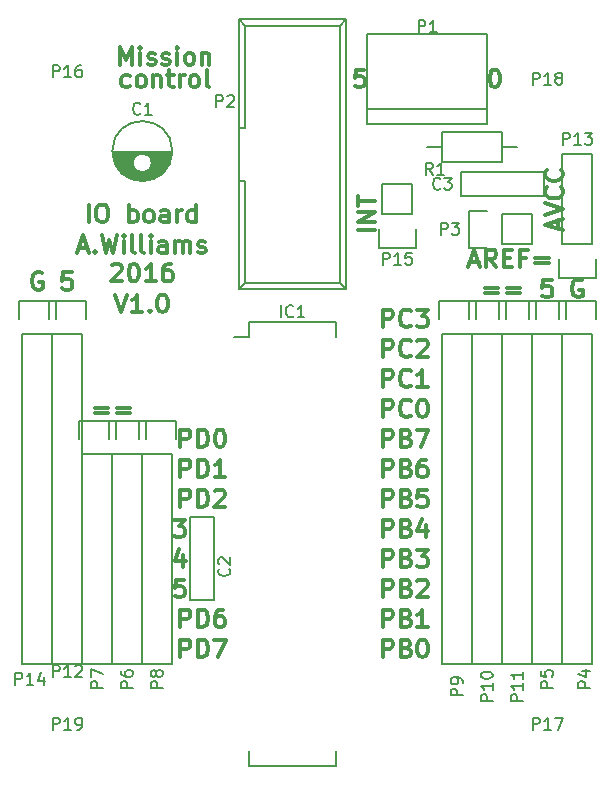
<source format=gbr>
G04 #@! TF.FileFunction,Legend,Top*
%FSLAX46Y46*%
G04 Gerber Fmt 4.6, Leading zero omitted, Abs format (unit mm)*
G04 Created by KiCad (PCBNEW 4.0.2-stable) date 9/03/2016 9:38:59 PM*
%MOMM*%
G01*
G04 APERTURE LIST*
%ADD10C,0.100000*%
%ADD11C,0.300000*%
%ADD12C,0.150000*%
G04 APERTURE END LIST*
D10*
D11*
X160698571Y-96607143D02*
X159198571Y-96607143D01*
X160698571Y-95892857D02*
X159198571Y-95892857D01*
X160698571Y-95035714D01*
X159198571Y-95035714D01*
X159198571Y-94535714D02*
X159198571Y-93678571D01*
X160698571Y-94107142D02*
X159198571Y-94107142D01*
X168727857Y-99310000D02*
X169442143Y-99310000D01*
X168585000Y-99738571D02*
X169085000Y-98238571D01*
X169585000Y-99738571D01*
X170942143Y-99738571D02*
X170442143Y-99024286D01*
X170085000Y-99738571D02*
X170085000Y-98238571D01*
X170656428Y-98238571D01*
X170799286Y-98310000D01*
X170870714Y-98381429D01*
X170942143Y-98524286D01*
X170942143Y-98738571D01*
X170870714Y-98881429D01*
X170799286Y-98952857D01*
X170656428Y-99024286D01*
X170085000Y-99024286D01*
X171585000Y-98952857D02*
X172085000Y-98952857D01*
X172299286Y-99738571D02*
X171585000Y-99738571D01*
X171585000Y-98238571D01*
X172299286Y-98238571D01*
X173442143Y-98952857D02*
X172942143Y-98952857D01*
X172942143Y-99738571D02*
X172942143Y-98238571D01*
X173656429Y-98238571D01*
X174227857Y-98952857D02*
X175370714Y-98952857D01*
X175370714Y-99381429D02*
X174227857Y-99381429D01*
X176145000Y-96480000D02*
X176145000Y-95765714D01*
X176573571Y-96622857D02*
X175073571Y-96122857D01*
X176573571Y-95622857D01*
X175073571Y-95337143D02*
X176573571Y-94837143D01*
X175073571Y-94337143D01*
X176430714Y-92980000D02*
X176502143Y-93051429D01*
X176573571Y-93265715D01*
X176573571Y-93408572D01*
X176502143Y-93622857D01*
X176359286Y-93765715D01*
X176216429Y-93837143D01*
X175930714Y-93908572D01*
X175716429Y-93908572D01*
X175430714Y-93837143D01*
X175287857Y-93765715D01*
X175145000Y-93622857D01*
X175073571Y-93408572D01*
X175073571Y-93265715D01*
X175145000Y-93051429D01*
X175216429Y-92980000D01*
X176430714Y-91480000D02*
X176502143Y-91551429D01*
X176573571Y-91765715D01*
X176573571Y-91908572D01*
X176502143Y-92122857D01*
X176359286Y-92265715D01*
X176216429Y-92337143D01*
X175930714Y-92408572D01*
X175716429Y-92408572D01*
X175430714Y-92337143D01*
X175287857Y-92265715D01*
X175145000Y-92122857D01*
X175073571Y-91908572D01*
X175073571Y-91765715D01*
X175145000Y-91551429D01*
X175216429Y-91480000D01*
X169950000Y-101492857D02*
X171092857Y-101492857D01*
X171092857Y-101921429D02*
X169950000Y-101921429D01*
X171807143Y-101492857D02*
X172950000Y-101492857D01*
X172950000Y-101921429D02*
X171807143Y-101921429D01*
X175617144Y-100778571D02*
X174902858Y-100778571D01*
X174831429Y-101492857D01*
X174902858Y-101421429D01*
X175045715Y-101350000D01*
X175402858Y-101350000D01*
X175545715Y-101421429D01*
X175617144Y-101492857D01*
X175688572Y-101635714D01*
X175688572Y-101992857D01*
X175617144Y-102135714D01*
X175545715Y-102207143D01*
X175402858Y-102278571D01*
X175045715Y-102278571D01*
X174902858Y-102207143D01*
X174831429Y-102135714D01*
X178192857Y-100850000D02*
X178050000Y-100778571D01*
X177835714Y-100778571D01*
X177621429Y-100850000D01*
X177478571Y-100992857D01*
X177407143Y-101135714D01*
X177335714Y-101421429D01*
X177335714Y-101635714D01*
X177407143Y-101921429D01*
X177478571Y-102064286D01*
X177621429Y-102207143D01*
X177835714Y-102278571D01*
X177978571Y-102278571D01*
X178192857Y-102207143D01*
X178264286Y-102135714D01*
X178264286Y-101635714D01*
X177978571Y-101635714D01*
X136930000Y-111652857D02*
X138072857Y-111652857D01*
X138072857Y-112081429D02*
X136930000Y-112081429D01*
X138787143Y-111652857D02*
X139930000Y-111652857D01*
X139930000Y-112081429D02*
X138787143Y-112081429D01*
X134977144Y-100143571D02*
X134262858Y-100143571D01*
X134191429Y-100857857D01*
X134262858Y-100786429D01*
X134405715Y-100715000D01*
X134762858Y-100715000D01*
X134905715Y-100786429D01*
X134977144Y-100857857D01*
X135048572Y-101000714D01*
X135048572Y-101357857D01*
X134977144Y-101500714D01*
X134905715Y-101572143D01*
X134762858Y-101643571D01*
X134405715Y-101643571D01*
X134262858Y-101572143D01*
X134191429Y-101500714D01*
X132472857Y-100215000D02*
X132330000Y-100143571D01*
X132115714Y-100143571D01*
X131901429Y-100215000D01*
X131758571Y-100357857D01*
X131687143Y-100500714D01*
X131615714Y-100786429D01*
X131615714Y-101000714D01*
X131687143Y-101286429D01*
X131758571Y-101429286D01*
X131901429Y-101572143D01*
X132115714Y-101643571D01*
X132258571Y-101643571D01*
X132472857Y-101572143D01*
X132544286Y-101500714D01*
X132544286Y-101000714D01*
X132258571Y-101000714D01*
X144502144Y-126178571D02*
X143787858Y-126178571D01*
X143716429Y-126892857D01*
X143787858Y-126821429D01*
X143930715Y-126750000D01*
X144287858Y-126750000D01*
X144430715Y-126821429D01*
X144502144Y-126892857D01*
X144573572Y-127035714D01*
X144573572Y-127392857D01*
X144502144Y-127535714D01*
X144430715Y-127607143D01*
X144287858Y-127678571D01*
X143930715Y-127678571D01*
X143787858Y-127607143D01*
X143716429Y-127535714D01*
X144430715Y-124138571D02*
X144430715Y-125138571D01*
X144073572Y-123567143D02*
X143716429Y-124638571D01*
X144645001Y-124638571D01*
X143645001Y-121098571D02*
X144573572Y-121098571D01*
X144073572Y-121670000D01*
X144287858Y-121670000D01*
X144430715Y-121741429D01*
X144502144Y-121812857D01*
X144573572Y-121955714D01*
X144573572Y-122312857D01*
X144502144Y-122455714D01*
X144430715Y-122527143D01*
X144287858Y-122598571D01*
X143859286Y-122598571D01*
X143716429Y-122527143D01*
X143645001Y-122455714D01*
X144192858Y-120058571D02*
X144192858Y-118558571D01*
X144764286Y-118558571D01*
X144907144Y-118630000D01*
X144978572Y-118701429D01*
X145050001Y-118844286D01*
X145050001Y-119058571D01*
X144978572Y-119201429D01*
X144907144Y-119272857D01*
X144764286Y-119344286D01*
X144192858Y-119344286D01*
X145692858Y-120058571D02*
X145692858Y-118558571D01*
X146050001Y-118558571D01*
X146264286Y-118630000D01*
X146407144Y-118772857D01*
X146478572Y-118915714D01*
X146550001Y-119201429D01*
X146550001Y-119415714D01*
X146478572Y-119701429D01*
X146407144Y-119844286D01*
X146264286Y-119987143D01*
X146050001Y-120058571D01*
X145692858Y-120058571D01*
X147121429Y-118701429D02*
X147192858Y-118630000D01*
X147335715Y-118558571D01*
X147692858Y-118558571D01*
X147835715Y-118630000D01*
X147907144Y-118701429D01*
X147978572Y-118844286D01*
X147978572Y-118987143D01*
X147907144Y-119201429D01*
X147050001Y-120058571D01*
X147978572Y-120058571D01*
X144192858Y-130218571D02*
X144192858Y-128718571D01*
X144764286Y-128718571D01*
X144907144Y-128790000D01*
X144978572Y-128861429D01*
X145050001Y-129004286D01*
X145050001Y-129218571D01*
X144978572Y-129361429D01*
X144907144Y-129432857D01*
X144764286Y-129504286D01*
X144192858Y-129504286D01*
X145692858Y-130218571D02*
X145692858Y-128718571D01*
X146050001Y-128718571D01*
X146264286Y-128790000D01*
X146407144Y-128932857D01*
X146478572Y-129075714D01*
X146550001Y-129361429D01*
X146550001Y-129575714D01*
X146478572Y-129861429D01*
X146407144Y-130004286D01*
X146264286Y-130147143D01*
X146050001Y-130218571D01*
X145692858Y-130218571D01*
X147835715Y-128718571D02*
X147550001Y-128718571D01*
X147407144Y-128790000D01*
X147335715Y-128861429D01*
X147192858Y-129075714D01*
X147121429Y-129361429D01*
X147121429Y-129932857D01*
X147192858Y-130075714D01*
X147264286Y-130147143D01*
X147407144Y-130218571D01*
X147692858Y-130218571D01*
X147835715Y-130147143D01*
X147907144Y-130075714D01*
X147978572Y-129932857D01*
X147978572Y-129575714D01*
X147907144Y-129432857D01*
X147835715Y-129361429D01*
X147692858Y-129290000D01*
X147407144Y-129290000D01*
X147264286Y-129361429D01*
X147192858Y-129432857D01*
X147121429Y-129575714D01*
X144192858Y-132758571D02*
X144192858Y-131258571D01*
X144764286Y-131258571D01*
X144907144Y-131330000D01*
X144978572Y-131401429D01*
X145050001Y-131544286D01*
X145050001Y-131758571D01*
X144978572Y-131901429D01*
X144907144Y-131972857D01*
X144764286Y-132044286D01*
X144192858Y-132044286D01*
X145692858Y-132758571D02*
X145692858Y-131258571D01*
X146050001Y-131258571D01*
X146264286Y-131330000D01*
X146407144Y-131472857D01*
X146478572Y-131615714D01*
X146550001Y-131901429D01*
X146550001Y-132115714D01*
X146478572Y-132401429D01*
X146407144Y-132544286D01*
X146264286Y-132687143D01*
X146050001Y-132758571D01*
X145692858Y-132758571D01*
X147050001Y-131258571D02*
X148050001Y-131258571D01*
X147407144Y-132758571D01*
X144192858Y-117518571D02*
X144192858Y-116018571D01*
X144764286Y-116018571D01*
X144907144Y-116090000D01*
X144978572Y-116161429D01*
X145050001Y-116304286D01*
X145050001Y-116518571D01*
X144978572Y-116661429D01*
X144907144Y-116732857D01*
X144764286Y-116804286D01*
X144192858Y-116804286D01*
X145692858Y-117518571D02*
X145692858Y-116018571D01*
X146050001Y-116018571D01*
X146264286Y-116090000D01*
X146407144Y-116232857D01*
X146478572Y-116375714D01*
X146550001Y-116661429D01*
X146550001Y-116875714D01*
X146478572Y-117161429D01*
X146407144Y-117304286D01*
X146264286Y-117447143D01*
X146050001Y-117518571D01*
X145692858Y-117518571D01*
X147978572Y-117518571D02*
X147121429Y-117518571D01*
X147550001Y-117518571D02*
X147550001Y-116018571D01*
X147407144Y-116232857D01*
X147264286Y-116375714D01*
X147121429Y-116447143D01*
X144192858Y-114978571D02*
X144192858Y-113478571D01*
X144764286Y-113478571D01*
X144907144Y-113550000D01*
X144978572Y-113621429D01*
X145050001Y-113764286D01*
X145050001Y-113978571D01*
X144978572Y-114121429D01*
X144907144Y-114192857D01*
X144764286Y-114264286D01*
X144192858Y-114264286D01*
X145692858Y-114978571D02*
X145692858Y-113478571D01*
X146050001Y-113478571D01*
X146264286Y-113550000D01*
X146407144Y-113692857D01*
X146478572Y-113835714D01*
X146550001Y-114121429D01*
X146550001Y-114335714D01*
X146478572Y-114621429D01*
X146407144Y-114764286D01*
X146264286Y-114907143D01*
X146050001Y-114978571D01*
X145692858Y-114978571D01*
X147478572Y-113478571D02*
X147621429Y-113478571D01*
X147764286Y-113550000D01*
X147835715Y-113621429D01*
X147907144Y-113764286D01*
X147978572Y-114050000D01*
X147978572Y-114407143D01*
X147907144Y-114692857D01*
X147835715Y-114835714D01*
X147764286Y-114907143D01*
X147621429Y-114978571D01*
X147478572Y-114978571D01*
X147335715Y-114907143D01*
X147264286Y-114835714D01*
X147192858Y-114692857D01*
X147121429Y-114407143D01*
X147121429Y-114050000D01*
X147192858Y-113764286D01*
X147264286Y-113621429D01*
X147335715Y-113550000D01*
X147478572Y-113478571D01*
X161337858Y-104818571D02*
X161337858Y-103318571D01*
X161909286Y-103318571D01*
X162052144Y-103390000D01*
X162123572Y-103461429D01*
X162195001Y-103604286D01*
X162195001Y-103818571D01*
X162123572Y-103961429D01*
X162052144Y-104032857D01*
X161909286Y-104104286D01*
X161337858Y-104104286D01*
X163695001Y-104675714D02*
X163623572Y-104747143D01*
X163409286Y-104818571D01*
X163266429Y-104818571D01*
X163052144Y-104747143D01*
X162909286Y-104604286D01*
X162837858Y-104461429D01*
X162766429Y-104175714D01*
X162766429Y-103961429D01*
X162837858Y-103675714D01*
X162909286Y-103532857D01*
X163052144Y-103390000D01*
X163266429Y-103318571D01*
X163409286Y-103318571D01*
X163623572Y-103390000D01*
X163695001Y-103461429D01*
X164195001Y-103318571D02*
X165123572Y-103318571D01*
X164623572Y-103890000D01*
X164837858Y-103890000D01*
X164980715Y-103961429D01*
X165052144Y-104032857D01*
X165123572Y-104175714D01*
X165123572Y-104532857D01*
X165052144Y-104675714D01*
X164980715Y-104747143D01*
X164837858Y-104818571D01*
X164409286Y-104818571D01*
X164266429Y-104747143D01*
X164195001Y-104675714D01*
X161337858Y-107358571D02*
X161337858Y-105858571D01*
X161909286Y-105858571D01*
X162052144Y-105930000D01*
X162123572Y-106001429D01*
X162195001Y-106144286D01*
X162195001Y-106358571D01*
X162123572Y-106501429D01*
X162052144Y-106572857D01*
X161909286Y-106644286D01*
X161337858Y-106644286D01*
X163695001Y-107215714D02*
X163623572Y-107287143D01*
X163409286Y-107358571D01*
X163266429Y-107358571D01*
X163052144Y-107287143D01*
X162909286Y-107144286D01*
X162837858Y-107001429D01*
X162766429Y-106715714D01*
X162766429Y-106501429D01*
X162837858Y-106215714D01*
X162909286Y-106072857D01*
X163052144Y-105930000D01*
X163266429Y-105858571D01*
X163409286Y-105858571D01*
X163623572Y-105930000D01*
X163695001Y-106001429D01*
X164266429Y-106001429D02*
X164337858Y-105930000D01*
X164480715Y-105858571D01*
X164837858Y-105858571D01*
X164980715Y-105930000D01*
X165052144Y-106001429D01*
X165123572Y-106144286D01*
X165123572Y-106287143D01*
X165052144Y-106501429D01*
X164195001Y-107358571D01*
X165123572Y-107358571D01*
X161337858Y-109898571D02*
X161337858Y-108398571D01*
X161909286Y-108398571D01*
X162052144Y-108470000D01*
X162123572Y-108541429D01*
X162195001Y-108684286D01*
X162195001Y-108898571D01*
X162123572Y-109041429D01*
X162052144Y-109112857D01*
X161909286Y-109184286D01*
X161337858Y-109184286D01*
X163695001Y-109755714D02*
X163623572Y-109827143D01*
X163409286Y-109898571D01*
X163266429Y-109898571D01*
X163052144Y-109827143D01*
X162909286Y-109684286D01*
X162837858Y-109541429D01*
X162766429Y-109255714D01*
X162766429Y-109041429D01*
X162837858Y-108755714D01*
X162909286Y-108612857D01*
X163052144Y-108470000D01*
X163266429Y-108398571D01*
X163409286Y-108398571D01*
X163623572Y-108470000D01*
X163695001Y-108541429D01*
X165123572Y-109898571D02*
X164266429Y-109898571D01*
X164695001Y-109898571D02*
X164695001Y-108398571D01*
X164552144Y-108612857D01*
X164409286Y-108755714D01*
X164266429Y-108827143D01*
X161337858Y-112438571D02*
X161337858Y-110938571D01*
X161909286Y-110938571D01*
X162052144Y-111010000D01*
X162123572Y-111081429D01*
X162195001Y-111224286D01*
X162195001Y-111438571D01*
X162123572Y-111581429D01*
X162052144Y-111652857D01*
X161909286Y-111724286D01*
X161337858Y-111724286D01*
X163695001Y-112295714D02*
X163623572Y-112367143D01*
X163409286Y-112438571D01*
X163266429Y-112438571D01*
X163052144Y-112367143D01*
X162909286Y-112224286D01*
X162837858Y-112081429D01*
X162766429Y-111795714D01*
X162766429Y-111581429D01*
X162837858Y-111295714D01*
X162909286Y-111152857D01*
X163052144Y-111010000D01*
X163266429Y-110938571D01*
X163409286Y-110938571D01*
X163623572Y-111010000D01*
X163695001Y-111081429D01*
X164623572Y-110938571D02*
X164766429Y-110938571D01*
X164909286Y-111010000D01*
X164980715Y-111081429D01*
X165052144Y-111224286D01*
X165123572Y-111510000D01*
X165123572Y-111867143D01*
X165052144Y-112152857D01*
X164980715Y-112295714D01*
X164909286Y-112367143D01*
X164766429Y-112438571D01*
X164623572Y-112438571D01*
X164480715Y-112367143D01*
X164409286Y-112295714D01*
X164337858Y-112152857D01*
X164266429Y-111867143D01*
X164266429Y-111510000D01*
X164337858Y-111224286D01*
X164409286Y-111081429D01*
X164480715Y-111010000D01*
X164623572Y-110938571D01*
X161337858Y-114978571D02*
X161337858Y-113478571D01*
X161909286Y-113478571D01*
X162052144Y-113550000D01*
X162123572Y-113621429D01*
X162195001Y-113764286D01*
X162195001Y-113978571D01*
X162123572Y-114121429D01*
X162052144Y-114192857D01*
X161909286Y-114264286D01*
X161337858Y-114264286D01*
X163337858Y-114192857D02*
X163552144Y-114264286D01*
X163623572Y-114335714D01*
X163695001Y-114478571D01*
X163695001Y-114692857D01*
X163623572Y-114835714D01*
X163552144Y-114907143D01*
X163409286Y-114978571D01*
X162837858Y-114978571D01*
X162837858Y-113478571D01*
X163337858Y-113478571D01*
X163480715Y-113550000D01*
X163552144Y-113621429D01*
X163623572Y-113764286D01*
X163623572Y-113907143D01*
X163552144Y-114050000D01*
X163480715Y-114121429D01*
X163337858Y-114192857D01*
X162837858Y-114192857D01*
X164195001Y-113478571D02*
X165195001Y-113478571D01*
X164552144Y-114978571D01*
X161337858Y-117518571D02*
X161337858Y-116018571D01*
X161909286Y-116018571D01*
X162052144Y-116090000D01*
X162123572Y-116161429D01*
X162195001Y-116304286D01*
X162195001Y-116518571D01*
X162123572Y-116661429D01*
X162052144Y-116732857D01*
X161909286Y-116804286D01*
X161337858Y-116804286D01*
X163337858Y-116732857D02*
X163552144Y-116804286D01*
X163623572Y-116875714D01*
X163695001Y-117018571D01*
X163695001Y-117232857D01*
X163623572Y-117375714D01*
X163552144Y-117447143D01*
X163409286Y-117518571D01*
X162837858Y-117518571D01*
X162837858Y-116018571D01*
X163337858Y-116018571D01*
X163480715Y-116090000D01*
X163552144Y-116161429D01*
X163623572Y-116304286D01*
X163623572Y-116447143D01*
X163552144Y-116590000D01*
X163480715Y-116661429D01*
X163337858Y-116732857D01*
X162837858Y-116732857D01*
X164980715Y-116018571D02*
X164695001Y-116018571D01*
X164552144Y-116090000D01*
X164480715Y-116161429D01*
X164337858Y-116375714D01*
X164266429Y-116661429D01*
X164266429Y-117232857D01*
X164337858Y-117375714D01*
X164409286Y-117447143D01*
X164552144Y-117518571D01*
X164837858Y-117518571D01*
X164980715Y-117447143D01*
X165052144Y-117375714D01*
X165123572Y-117232857D01*
X165123572Y-116875714D01*
X165052144Y-116732857D01*
X164980715Y-116661429D01*
X164837858Y-116590000D01*
X164552144Y-116590000D01*
X164409286Y-116661429D01*
X164337858Y-116732857D01*
X164266429Y-116875714D01*
X161337858Y-120058571D02*
X161337858Y-118558571D01*
X161909286Y-118558571D01*
X162052144Y-118630000D01*
X162123572Y-118701429D01*
X162195001Y-118844286D01*
X162195001Y-119058571D01*
X162123572Y-119201429D01*
X162052144Y-119272857D01*
X161909286Y-119344286D01*
X161337858Y-119344286D01*
X163337858Y-119272857D02*
X163552144Y-119344286D01*
X163623572Y-119415714D01*
X163695001Y-119558571D01*
X163695001Y-119772857D01*
X163623572Y-119915714D01*
X163552144Y-119987143D01*
X163409286Y-120058571D01*
X162837858Y-120058571D01*
X162837858Y-118558571D01*
X163337858Y-118558571D01*
X163480715Y-118630000D01*
X163552144Y-118701429D01*
X163623572Y-118844286D01*
X163623572Y-118987143D01*
X163552144Y-119130000D01*
X163480715Y-119201429D01*
X163337858Y-119272857D01*
X162837858Y-119272857D01*
X165052144Y-118558571D02*
X164337858Y-118558571D01*
X164266429Y-119272857D01*
X164337858Y-119201429D01*
X164480715Y-119130000D01*
X164837858Y-119130000D01*
X164980715Y-119201429D01*
X165052144Y-119272857D01*
X165123572Y-119415714D01*
X165123572Y-119772857D01*
X165052144Y-119915714D01*
X164980715Y-119987143D01*
X164837858Y-120058571D01*
X164480715Y-120058571D01*
X164337858Y-119987143D01*
X164266429Y-119915714D01*
X161337858Y-122598571D02*
X161337858Y-121098571D01*
X161909286Y-121098571D01*
X162052144Y-121170000D01*
X162123572Y-121241429D01*
X162195001Y-121384286D01*
X162195001Y-121598571D01*
X162123572Y-121741429D01*
X162052144Y-121812857D01*
X161909286Y-121884286D01*
X161337858Y-121884286D01*
X163337858Y-121812857D02*
X163552144Y-121884286D01*
X163623572Y-121955714D01*
X163695001Y-122098571D01*
X163695001Y-122312857D01*
X163623572Y-122455714D01*
X163552144Y-122527143D01*
X163409286Y-122598571D01*
X162837858Y-122598571D01*
X162837858Y-121098571D01*
X163337858Y-121098571D01*
X163480715Y-121170000D01*
X163552144Y-121241429D01*
X163623572Y-121384286D01*
X163623572Y-121527143D01*
X163552144Y-121670000D01*
X163480715Y-121741429D01*
X163337858Y-121812857D01*
X162837858Y-121812857D01*
X164980715Y-121598571D02*
X164980715Y-122598571D01*
X164623572Y-121027143D02*
X164266429Y-122098571D01*
X165195001Y-122098571D01*
X161337858Y-125138571D02*
X161337858Y-123638571D01*
X161909286Y-123638571D01*
X162052144Y-123710000D01*
X162123572Y-123781429D01*
X162195001Y-123924286D01*
X162195001Y-124138571D01*
X162123572Y-124281429D01*
X162052144Y-124352857D01*
X161909286Y-124424286D01*
X161337858Y-124424286D01*
X163337858Y-124352857D02*
X163552144Y-124424286D01*
X163623572Y-124495714D01*
X163695001Y-124638571D01*
X163695001Y-124852857D01*
X163623572Y-124995714D01*
X163552144Y-125067143D01*
X163409286Y-125138571D01*
X162837858Y-125138571D01*
X162837858Y-123638571D01*
X163337858Y-123638571D01*
X163480715Y-123710000D01*
X163552144Y-123781429D01*
X163623572Y-123924286D01*
X163623572Y-124067143D01*
X163552144Y-124210000D01*
X163480715Y-124281429D01*
X163337858Y-124352857D01*
X162837858Y-124352857D01*
X164195001Y-123638571D02*
X165123572Y-123638571D01*
X164623572Y-124210000D01*
X164837858Y-124210000D01*
X164980715Y-124281429D01*
X165052144Y-124352857D01*
X165123572Y-124495714D01*
X165123572Y-124852857D01*
X165052144Y-124995714D01*
X164980715Y-125067143D01*
X164837858Y-125138571D01*
X164409286Y-125138571D01*
X164266429Y-125067143D01*
X164195001Y-124995714D01*
X161337858Y-127678571D02*
X161337858Y-126178571D01*
X161909286Y-126178571D01*
X162052144Y-126250000D01*
X162123572Y-126321429D01*
X162195001Y-126464286D01*
X162195001Y-126678571D01*
X162123572Y-126821429D01*
X162052144Y-126892857D01*
X161909286Y-126964286D01*
X161337858Y-126964286D01*
X163337858Y-126892857D02*
X163552144Y-126964286D01*
X163623572Y-127035714D01*
X163695001Y-127178571D01*
X163695001Y-127392857D01*
X163623572Y-127535714D01*
X163552144Y-127607143D01*
X163409286Y-127678571D01*
X162837858Y-127678571D01*
X162837858Y-126178571D01*
X163337858Y-126178571D01*
X163480715Y-126250000D01*
X163552144Y-126321429D01*
X163623572Y-126464286D01*
X163623572Y-126607143D01*
X163552144Y-126750000D01*
X163480715Y-126821429D01*
X163337858Y-126892857D01*
X162837858Y-126892857D01*
X164266429Y-126321429D02*
X164337858Y-126250000D01*
X164480715Y-126178571D01*
X164837858Y-126178571D01*
X164980715Y-126250000D01*
X165052144Y-126321429D01*
X165123572Y-126464286D01*
X165123572Y-126607143D01*
X165052144Y-126821429D01*
X164195001Y-127678571D01*
X165123572Y-127678571D01*
X161337858Y-130218571D02*
X161337858Y-128718571D01*
X161909286Y-128718571D01*
X162052144Y-128790000D01*
X162123572Y-128861429D01*
X162195001Y-129004286D01*
X162195001Y-129218571D01*
X162123572Y-129361429D01*
X162052144Y-129432857D01*
X161909286Y-129504286D01*
X161337858Y-129504286D01*
X163337858Y-129432857D02*
X163552144Y-129504286D01*
X163623572Y-129575714D01*
X163695001Y-129718571D01*
X163695001Y-129932857D01*
X163623572Y-130075714D01*
X163552144Y-130147143D01*
X163409286Y-130218571D01*
X162837858Y-130218571D01*
X162837858Y-128718571D01*
X163337858Y-128718571D01*
X163480715Y-128790000D01*
X163552144Y-128861429D01*
X163623572Y-129004286D01*
X163623572Y-129147143D01*
X163552144Y-129290000D01*
X163480715Y-129361429D01*
X163337858Y-129432857D01*
X162837858Y-129432857D01*
X165123572Y-130218571D02*
X164266429Y-130218571D01*
X164695001Y-130218571D02*
X164695001Y-128718571D01*
X164552144Y-128932857D01*
X164409286Y-129075714D01*
X164266429Y-129147143D01*
X161337858Y-132758571D02*
X161337858Y-131258571D01*
X161909286Y-131258571D01*
X162052144Y-131330000D01*
X162123572Y-131401429D01*
X162195001Y-131544286D01*
X162195001Y-131758571D01*
X162123572Y-131901429D01*
X162052144Y-131972857D01*
X161909286Y-132044286D01*
X161337858Y-132044286D01*
X163337858Y-131972857D02*
X163552144Y-132044286D01*
X163623572Y-132115714D01*
X163695001Y-132258571D01*
X163695001Y-132472857D01*
X163623572Y-132615714D01*
X163552144Y-132687143D01*
X163409286Y-132758571D01*
X162837858Y-132758571D01*
X162837858Y-131258571D01*
X163337858Y-131258571D01*
X163480715Y-131330000D01*
X163552144Y-131401429D01*
X163623572Y-131544286D01*
X163623572Y-131687143D01*
X163552144Y-131830000D01*
X163480715Y-131901429D01*
X163337858Y-131972857D01*
X162837858Y-131972857D01*
X164623572Y-131258571D02*
X164766429Y-131258571D01*
X164909286Y-131330000D01*
X164980715Y-131401429D01*
X165052144Y-131544286D01*
X165123572Y-131830000D01*
X165123572Y-132187143D01*
X165052144Y-132472857D01*
X164980715Y-132615714D01*
X164909286Y-132687143D01*
X164766429Y-132758571D01*
X164623572Y-132758571D01*
X164480715Y-132687143D01*
X164409286Y-132615714D01*
X164337858Y-132472857D01*
X164266429Y-132187143D01*
X164266429Y-131830000D01*
X164337858Y-131544286D01*
X164409286Y-131401429D01*
X164480715Y-131330000D01*
X164623572Y-131258571D01*
X159742144Y-82998571D02*
X159027858Y-82998571D01*
X158956429Y-83712857D01*
X159027858Y-83641429D01*
X159170715Y-83570000D01*
X159527858Y-83570000D01*
X159670715Y-83641429D01*
X159742144Y-83712857D01*
X159813572Y-83855714D01*
X159813572Y-84212857D01*
X159742144Y-84355714D01*
X159670715Y-84427143D01*
X159527858Y-84498571D01*
X159170715Y-84498571D01*
X159027858Y-84427143D01*
X158956429Y-84355714D01*
X170743572Y-82998571D02*
X170886429Y-82998571D01*
X171029286Y-83070000D01*
X171100715Y-83141429D01*
X171172144Y-83284286D01*
X171243572Y-83570000D01*
X171243572Y-83927143D01*
X171172144Y-84212857D01*
X171100715Y-84355714D01*
X171029286Y-84427143D01*
X170886429Y-84498571D01*
X170743572Y-84498571D01*
X170600715Y-84427143D01*
X170529286Y-84355714D01*
X170457858Y-84212857D01*
X170386429Y-83927143D01*
X170386429Y-83570000D01*
X170457858Y-83284286D01*
X170529286Y-83141429D01*
X170600715Y-83070000D01*
X170743572Y-82998571D01*
X138684286Y-102048571D02*
X139184286Y-103548571D01*
X139684286Y-102048571D01*
X140970000Y-103548571D02*
X140112857Y-103548571D01*
X140541429Y-103548571D02*
X140541429Y-102048571D01*
X140398572Y-102262857D01*
X140255714Y-102405714D01*
X140112857Y-102477143D01*
X141612857Y-103405714D02*
X141684285Y-103477143D01*
X141612857Y-103548571D01*
X141541428Y-103477143D01*
X141612857Y-103405714D01*
X141612857Y-103548571D01*
X142612857Y-102048571D02*
X142755714Y-102048571D01*
X142898571Y-102120000D01*
X142970000Y-102191429D01*
X143041429Y-102334286D01*
X143112857Y-102620000D01*
X143112857Y-102977143D01*
X143041429Y-103262857D01*
X142970000Y-103405714D01*
X142898571Y-103477143D01*
X142755714Y-103548571D01*
X142612857Y-103548571D01*
X142470000Y-103477143D01*
X142398571Y-103405714D01*
X142327143Y-103262857D01*
X142255714Y-102977143D01*
X142255714Y-102620000D01*
X142327143Y-102334286D01*
X142398571Y-102191429D01*
X142470000Y-102120000D01*
X142612857Y-102048571D01*
X135612857Y-98110000D02*
X136327143Y-98110000D01*
X135470000Y-98538571D02*
X135970000Y-97038571D01*
X136470000Y-98538571D01*
X136970000Y-98395714D02*
X137041428Y-98467143D01*
X136970000Y-98538571D01*
X136898571Y-98467143D01*
X136970000Y-98395714D01*
X136970000Y-98538571D01*
X137541429Y-97038571D02*
X137898572Y-98538571D01*
X138184286Y-97467143D01*
X138470000Y-98538571D01*
X138827143Y-97038571D01*
X139398572Y-98538571D02*
X139398572Y-97538571D01*
X139398572Y-97038571D02*
X139327143Y-97110000D01*
X139398572Y-97181429D01*
X139470000Y-97110000D01*
X139398572Y-97038571D01*
X139398572Y-97181429D01*
X140327144Y-98538571D02*
X140184286Y-98467143D01*
X140112858Y-98324286D01*
X140112858Y-97038571D01*
X141112858Y-98538571D02*
X140970000Y-98467143D01*
X140898572Y-98324286D01*
X140898572Y-97038571D01*
X141684286Y-98538571D02*
X141684286Y-97538571D01*
X141684286Y-97038571D02*
X141612857Y-97110000D01*
X141684286Y-97181429D01*
X141755714Y-97110000D01*
X141684286Y-97038571D01*
X141684286Y-97181429D01*
X143041429Y-98538571D02*
X143041429Y-97752857D01*
X142970000Y-97610000D01*
X142827143Y-97538571D01*
X142541429Y-97538571D01*
X142398572Y-97610000D01*
X143041429Y-98467143D02*
X142898572Y-98538571D01*
X142541429Y-98538571D01*
X142398572Y-98467143D01*
X142327143Y-98324286D01*
X142327143Y-98181429D01*
X142398572Y-98038571D01*
X142541429Y-97967143D01*
X142898572Y-97967143D01*
X143041429Y-97895714D01*
X143755715Y-98538571D02*
X143755715Y-97538571D01*
X143755715Y-97681429D02*
X143827143Y-97610000D01*
X143970001Y-97538571D01*
X144184286Y-97538571D01*
X144327143Y-97610000D01*
X144398572Y-97752857D01*
X144398572Y-98538571D01*
X144398572Y-97752857D02*
X144470001Y-97610000D01*
X144612858Y-97538571D01*
X144827143Y-97538571D01*
X144970001Y-97610000D01*
X145041429Y-97752857D01*
X145041429Y-98538571D01*
X145684286Y-98467143D02*
X145827143Y-98538571D01*
X146112858Y-98538571D01*
X146255715Y-98467143D01*
X146327143Y-98324286D01*
X146327143Y-98252857D01*
X146255715Y-98110000D01*
X146112858Y-98038571D01*
X145898572Y-98038571D01*
X145755715Y-97967143D01*
X145684286Y-97824286D01*
X145684286Y-97752857D01*
X145755715Y-97610000D01*
X145898572Y-97538571D01*
X146112858Y-97538571D01*
X146255715Y-97610000D01*
X138398572Y-99581429D02*
X138470001Y-99510000D01*
X138612858Y-99438571D01*
X138970001Y-99438571D01*
X139112858Y-99510000D01*
X139184287Y-99581429D01*
X139255715Y-99724286D01*
X139255715Y-99867143D01*
X139184287Y-100081429D01*
X138327144Y-100938571D01*
X139255715Y-100938571D01*
X140184286Y-99438571D02*
X140327143Y-99438571D01*
X140470000Y-99510000D01*
X140541429Y-99581429D01*
X140612858Y-99724286D01*
X140684286Y-100010000D01*
X140684286Y-100367143D01*
X140612858Y-100652857D01*
X140541429Y-100795714D01*
X140470000Y-100867143D01*
X140327143Y-100938571D01*
X140184286Y-100938571D01*
X140041429Y-100867143D01*
X139970000Y-100795714D01*
X139898572Y-100652857D01*
X139827143Y-100367143D01*
X139827143Y-100010000D01*
X139898572Y-99724286D01*
X139970000Y-99581429D01*
X140041429Y-99510000D01*
X140184286Y-99438571D01*
X142112857Y-100938571D02*
X141255714Y-100938571D01*
X141684286Y-100938571D02*
X141684286Y-99438571D01*
X141541429Y-99652857D01*
X141398571Y-99795714D01*
X141255714Y-99867143D01*
X143398571Y-99438571D02*
X143112857Y-99438571D01*
X142970000Y-99510000D01*
X142898571Y-99581429D01*
X142755714Y-99795714D01*
X142684285Y-100081429D01*
X142684285Y-100652857D01*
X142755714Y-100795714D01*
X142827142Y-100867143D01*
X142970000Y-100938571D01*
X143255714Y-100938571D01*
X143398571Y-100867143D01*
X143470000Y-100795714D01*
X143541428Y-100652857D01*
X143541428Y-100295714D01*
X143470000Y-100152857D01*
X143398571Y-100081429D01*
X143255714Y-100010000D01*
X142970000Y-100010000D01*
X142827142Y-100081429D01*
X142755714Y-100152857D01*
X142684285Y-100295714D01*
X136434286Y-95928571D02*
X136434286Y-94428571D01*
X137434286Y-94428571D02*
X137720000Y-94428571D01*
X137862858Y-94500000D01*
X138005715Y-94642857D01*
X138077143Y-94928571D01*
X138077143Y-95428571D01*
X138005715Y-95714286D01*
X137862858Y-95857143D01*
X137720000Y-95928571D01*
X137434286Y-95928571D01*
X137291429Y-95857143D01*
X137148572Y-95714286D01*
X137077143Y-95428571D01*
X137077143Y-94928571D01*
X137148572Y-94642857D01*
X137291429Y-94500000D01*
X137434286Y-94428571D01*
X139862858Y-95928571D02*
X139862858Y-94428571D01*
X139862858Y-95000000D02*
X140005715Y-94928571D01*
X140291429Y-94928571D01*
X140434286Y-95000000D01*
X140505715Y-95071429D01*
X140577144Y-95214286D01*
X140577144Y-95642857D01*
X140505715Y-95785714D01*
X140434286Y-95857143D01*
X140291429Y-95928571D01*
X140005715Y-95928571D01*
X139862858Y-95857143D01*
X141434287Y-95928571D02*
X141291429Y-95857143D01*
X141220001Y-95785714D01*
X141148572Y-95642857D01*
X141148572Y-95214286D01*
X141220001Y-95071429D01*
X141291429Y-95000000D01*
X141434287Y-94928571D01*
X141648572Y-94928571D01*
X141791429Y-95000000D01*
X141862858Y-95071429D01*
X141934287Y-95214286D01*
X141934287Y-95642857D01*
X141862858Y-95785714D01*
X141791429Y-95857143D01*
X141648572Y-95928571D01*
X141434287Y-95928571D01*
X143220001Y-95928571D02*
X143220001Y-95142857D01*
X143148572Y-95000000D01*
X143005715Y-94928571D01*
X142720001Y-94928571D01*
X142577144Y-95000000D01*
X143220001Y-95857143D02*
X143077144Y-95928571D01*
X142720001Y-95928571D01*
X142577144Y-95857143D01*
X142505715Y-95714286D01*
X142505715Y-95571429D01*
X142577144Y-95428571D01*
X142720001Y-95357143D01*
X143077144Y-95357143D01*
X143220001Y-95285714D01*
X143934287Y-95928571D02*
X143934287Y-94928571D01*
X143934287Y-95214286D02*
X144005715Y-95071429D01*
X144077144Y-95000000D01*
X144220001Y-94928571D01*
X144362858Y-94928571D01*
X145505715Y-95928571D02*
X145505715Y-94428571D01*
X145505715Y-95857143D02*
X145362858Y-95928571D01*
X145077144Y-95928571D01*
X144934286Y-95857143D01*
X144862858Y-95785714D01*
X144791429Y-95642857D01*
X144791429Y-95214286D01*
X144862858Y-95071429D01*
X144934286Y-95000000D01*
X145077144Y-94928571D01*
X145362858Y-94928571D01*
X145505715Y-95000000D01*
X139910715Y-84427143D02*
X139767858Y-84498571D01*
X139482144Y-84498571D01*
X139339286Y-84427143D01*
X139267858Y-84355714D01*
X139196429Y-84212857D01*
X139196429Y-83784286D01*
X139267858Y-83641429D01*
X139339286Y-83570000D01*
X139482144Y-83498571D01*
X139767858Y-83498571D01*
X139910715Y-83570000D01*
X140767858Y-84498571D02*
X140625000Y-84427143D01*
X140553572Y-84355714D01*
X140482143Y-84212857D01*
X140482143Y-83784286D01*
X140553572Y-83641429D01*
X140625000Y-83570000D01*
X140767858Y-83498571D01*
X140982143Y-83498571D01*
X141125000Y-83570000D01*
X141196429Y-83641429D01*
X141267858Y-83784286D01*
X141267858Y-84212857D01*
X141196429Y-84355714D01*
X141125000Y-84427143D01*
X140982143Y-84498571D01*
X140767858Y-84498571D01*
X141910715Y-83498571D02*
X141910715Y-84498571D01*
X141910715Y-83641429D02*
X141982143Y-83570000D01*
X142125001Y-83498571D01*
X142339286Y-83498571D01*
X142482143Y-83570000D01*
X142553572Y-83712857D01*
X142553572Y-84498571D01*
X143053572Y-83498571D02*
X143625001Y-83498571D01*
X143267858Y-82998571D02*
X143267858Y-84284286D01*
X143339286Y-84427143D01*
X143482144Y-84498571D01*
X143625001Y-84498571D01*
X144125001Y-84498571D02*
X144125001Y-83498571D01*
X144125001Y-83784286D02*
X144196429Y-83641429D01*
X144267858Y-83570000D01*
X144410715Y-83498571D01*
X144553572Y-83498571D01*
X145267858Y-84498571D02*
X145125000Y-84427143D01*
X145053572Y-84355714D01*
X144982143Y-84212857D01*
X144982143Y-83784286D01*
X145053572Y-83641429D01*
X145125000Y-83570000D01*
X145267858Y-83498571D01*
X145482143Y-83498571D01*
X145625000Y-83570000D01*
X145696429Y-83641429D01*
X145767858Y-83784286D01*
X145767858Y-84212857D01*
X145696429Y-84355714D01*
X145625000Y-84427143D01*
X145482143Y-84498571D01*
X145267858Y-84498571D01*
X146625001Y-84498571D02*
X146482143Y-84427143D01*
X146410715Y-84284286D01*
X146410715Y-82998571D01*
X139089285Y-82593571D02*
X139089285Y-81093571D01*
X139589285Y-82165000D01*
X140089285Y-81093571D01*
X140089285Y-82593571D01*
X140803571Y-82593571D02*
X140803571Y-81593571D01*
X140803571Y-81093571D02*
X140732142Y-81165000D01*
X140803571Y-81236429D01*
X140874999Y-81165000D01*
X140803571Y-81093571D01*
X140803571Y-81236429D01*
X141446428Y-82522143D02*
X141589285Y-82593571D01*
X141875000Y-82593571D01*
X142017857Y-82522143D01*
X142089285Y-82379286D01*
X142089285Y-82307857D01*
X142017857Y-82165000D01*
X141875000Y-82093571D01*
X141660714Y-82093571D01*
X141517857Y-82022143D01*
X141446428Y-81879286D01*
X141446428Y-81807857D01*
X141517857Y-81665000D01*
X141660714Y-81593571D01*
X141875000Y-81593571D01*
X142017857Y-81665000D01*
X142660714Y-82522143D02*
X142803571Y-82593571D01*
X143089286Y-82593571D01*
X143232143Y-82522143D01*
X143303571Y-82379286D01*
X143303571Y-82307857D01*
X143232143Y-82165000D01*
X143089286Y-82093571D01*
X142875000Y-82093571D01*
X142732143Y-82022143D01*
X142660714Y-81879286D01*
X142660714Y-81807857D01*
X142732143Y-81665000D01*
X142875000Y-81593571D01*
X143089286Y-81593571D01*
X143232143Y-81665000D01*
X143946429Y-82593571D02*
X143946429Y-81593571D01*
X143946429Y-81093571D02*
X143875000Y-81165000D01*
X143946429Y-81236429D01*
X144017857Y-81165000D01*
X143946429Y-81093571D01*
X143946429Y-81236429D01*
X144875001Y-82593571D02*
X144732143Y-82522143D01*
X144660715Y-82450714D01*
X144589286Y-82307857D01*
X144589286Y-81879286D01*
X144660715Y-81736429D01*
X144732143Y-81665000D01*
X144875001Y-81593571D01*
X145089286Y-81593571D01*
X145232143Y-81665000D01*
X145303572Y-81736429D01*
X145375001Y-81879286D01*
X145375001Y-82307857D01*
X145303572Y-82450714D01*
X145232143Y-82522143D01*
X145089286Y-82593571D01*
X144875001Y-82593571D01*
X146017858Y-81593571D02*
X146017858Y-82593571D01*
X146017858Y-81736429D02*
X146089286Y-81665000D01*
X146232144Y-81593571D01*
X146446429Y-81593571D01*
X146589286Y-81665000D01*
X146660715Y-81807857D01*
X146660715Y-82593571D01*
D12*
X143469000Y-89975000D02*
X138471000Y-89975000D01*
X143461000Y-90115000D02*
X141124000Y-90115000D01*
X140816000Y-90115000D02*
X138479000Y-90115000D01*
X143445000Y-90255000D02*
X141443000Y-90255000D01*
X140497000Y-90255000D02*
X138495000Y-90255000D01*
X143421000Y-90395000D02*
X141590000Y-90395000D01*
X140350000Y-90395000D02*
X138519000Y-90395000D01*
X143388000Y-90535000D02*
X141682000Y-90535000D01*
X140258000Y-90535000D02*
X138552000Y-90535000D01*
X143347000Y-90675000D02*
X141738000Y-90675000D01*
X140202000Y-90675000D02*
X138593000Y-90675000D01*
X143297000Y-90815000D02*
X141765000Y-90815000D01*
X140175000Y-90815000D02*
X138643000Y-90815000D01*
X143236000Y-90955000D02*
X141768000Y-90955000D01*
X140172000Y-90955000D02*
X138704000Y-90955000D01*
X143166000Y-91095000D02*
X141746000Y-91095000D01*
X140194000Y-91095000D02*
X138774000Y-91095000D01*
X143084000Y-91235000D02*
X141696000Y-91235000D01*
X140244000Y-91235000D02*
X138856000Y-91235000D01*
X142989000Y-91375000D02*
X141614000Y-91375000D01*
X140326000Y-91375000D02*
X138951000Y-91375000D01*
X142878000Y-91515000D02*
X141482000Y-91515000D01*
X140458000Y-91515000D02*
X139062000Y-91515000D01*
X142750000Y-91655000D02*
X141235000Y-91655000D01*
X140705000Y-91655000D02*
X139190000Y-91655000D01*
X142601000Y-91795000D02*
X139339000Y-91795000D01*
X142422000Y-91935000D02*
X139518000Y-91935000D01*
X142203000Y-92075000D02*
X139737000Y-92075000D01*
X141914000Y-92215000D02*
X140026000Y-92215000D01*
X141442000Y-92355000D02*
X140498000Y-92355000D01*
X141770000Y-90900000D02*
G75*
G03X141770000Y-90900000I-800000J0D01*
G01*
X143507500Y-89900000D02*
G75*
G03X143507500Y-89900000I-2537500J0D01*
G01*
X147050000Y-120920000D02*
X147050000Y-127920000D01*
X147050000Y-127920000D02*
X145050000Y-127920000D01*
X145050000Y-127920000D02*
X145050000Y-120920000D01*
X145050000Y-120920000D02*
X147050000Y-120920000D01*
X174990000Y-93710000D02*
X167990000Y-93710000D01*
X167990000Y-93710000D02*
X167990000Y-91710000D01*
X167990000Y-91710000D02*
X174990000Y-91710000D01*
X174990000Y-91710000D02*
X174990000Y-93710000D01*
X149995000Y-104385000D02*
X149995000Y-105655000D01*
X157345000Y-104385000D02*
X157345000Y-105655000D01*
X157345000Y-141995000D02*
X157345000Y-140725000D01*
X149995000Y-141995000D02*
X149995000Y-140725000D01*
X149995000Y-104385000D02*
X157345000Y-104385000D01*
X149995000Y-141995000D02*
X157345000Y-141995000D01*
X149995000Y-105655000D02*
X148710000Y-105655000D01*
X170180000Y-86360000D02*
X160020000Y-86360000D01*
X170180000Y-87630000D02*
X170180000Y-80010000D01*
X170180000Y-80010000D02*
X160020000Y-80010000D01*
X160020000Y-80010000D02*
X160020000Y-87630000D01*
X160020000Y-87630000D02*
X170180000Y-87630000D01*
X158220000Y-78740000D02*
X158220000Y-101600000D01*
X157670000Y-79280000D02*
X157670000Y-101040000D01*
X149120000Y-78740000D02*
X149120000Y-101600000D01*
X149670000Y-79280000D02*
X149670000Y-87920000D01*
X149670000Y-92420000D02*
X149670000Y-101040000D01*
X149670000Y-87920000D02*
X149120000Y-87920000D01*
X149670000Y-92420000D02*
X149120000Y-92420000D01*
X158220000Y-78740000D02*
X149120000Y-78740000D01*
X157670000Y-79280000D02*
X149670000Y-79280000D01*
X158220000Y-101600000D02*
X149120000Y-101600000D01*
X157670000Y-101040000D02*
X149670000Y-101040000D01*
X158220000Y-78740000D02*
X157670000Y-79280000D01*
X158220000Y-101600000D02*
X157670000Y-101040000D01*
X149120000Y-78740000D02*
X149670000Y-79280000D01*
X149120000Y-101600000D02*
X149670000Y-101040000D01*
X171450000Y-95250000D02*
X173990000Y-95250000D01*
X168630000Y-94970000D02*
X170180000Y-94970000D01*
X171450000Y-95250000D02*
X171450000Y-97790000D01*
X170180000Y-98070000D02*
X168630000Y-98070000D01*
X168630000Y-98070000D02*
X168630000Y-94970000D01*
X171450000Y-97790000D02*
X173990000Y-97790000D01*
X173990000Y-97790000D02*
X173990000Y-95250000D01*
X179070000Y-105410000D02*
X179070000Y-133350000D01*
X179070000Y-133350000D02*
X176530000Y-133350000D01*
X176530000Y-133350000D02*
X176530000Y-105410000D01*
X179350000Y-102590000D02*
X179350000Y-104140000D01*
X179070000Y-105410000D02*
X176530000Y-105410000D01*
X176250000Y-104140000D02*
X176250000Y-102590000D01*
X176250000Y-102590000D02*
X179350000Y-102590000D01*
X176530000Y-105410000D02*
X176530000Y-133350000D01*
X176530000Y-133350000D02*
X173990000Y-133350000D01*
X173990000Y-133350000D02*
X173990000Y-105410000D01*
X176810000Y-102590000D02*
X176810000Y-104140000D01*
X176530000Y-105410000D02*
X173990000Y-105410000D01*
X173710000Y-104140000D02*
X173710000Y-102590000D01*
X173710000Y-102590000D02*
X176810000Y-102590000D01*
X140970000Y-115570000D02*
X140970000Y-133350000D01*
X140970000Y-133350000D02*
X138430000Y-133350000D01*
X138430000Y-133350000D02*
X138430000Y-115570000D01*
X141250000Y-112750000D02*
X141250000Y-114300000D01*
X140970000Y-115570000D02*
X138430000Y-115570000D01*
X138150000Y-114300000D02*
X138150000Y-112750000D01*
X138150000Y-112750000D02*
X141250000Y-112750000D01*
X138430000Y-115570000D02*
X138430000Y-133350000D01*
X138430000Y-133350000D02*
X135890000Y-133350000D01*
X135890000Y-133350000D02*
X135890000Y-115570000D01*
X138710000Y-112750000D02*
X138710000Y-114300000D01*
X138430000Y-115570000D02*
X135890000Y-115570000D01*
X135610000Y-114300000D02*
X135610000Y-112750000D01*
X135610000Y-112750000D02*
X138710000Y-112750000D01*
X143510000Y-115570000D02*
X143510000Y-133350000D01*
X143510000Y-133350000D02*
X140970000Y-133350000D01*
X140970000Y-133350000D02*
X140970000Y-115570000D01*
X143790000Y-112750000D02*
X143790000Y-114300000D01*
X143510000Y-115570000D02*
X140970000Y-115570000D01*
X140690000Y-114300000D02*
X140690000Y-112750000D01*
X140690000Y-112750000D02*
X143790000Y-112750000D01*
X168910000Y-105410000D02*
X168910000Y-133350000D01*
X168910000Y-133350000D02*
X166370000Y-133350000D01*
X166370000Y-133350000D02*
X166370000Y-105410000D01*
X169190000Y-102590000D02*
X169190000Y-104140000D01*
X168910000Y-105410000D02*
X166370000Y-105410000D01*
X166090000Y-104140000D02*
X166090000Y-102590000D01*
X166090000Y-102590000D02*
X169190000Y-102590000D01*
X171450000Y-105410000D02*
X171450000Y-133350000D01*
X171450000Y-133350000D02*
X168910000Y-133350000D01*
X168910000Y-133350000D02*
X168910000Y-105410000D01*
X171730000Y-102590000D02*
X171730000Y-104140000D01*
X171450000Y-105410000D02*
X168910000Y-105410000D01*
X168630000Y-104140000D02*
X168630000Y-102590000D01*
X168630000Y-102590000D02*
X171730000Y-102590000D01*
X173990000Y-105410000D02*
X173990000Y-133350000D01*
X173990000Y-133350000D02*
X171450000Y-133350000D01*
X171450000Y-133350000D02*
X171450000Y-105410000D01*
X174270000Y-102590000D02*
X174270000Y-104140000D01*
X173990000Y-105410000D02*
X171450000Y-105410000D01*
X171170000Y-104140000D02*
X171170000Y-102590000D01*
X171170000Y-102590000D02*
X174270000Y-102590000D01*
X135890000Y-105410000D02*
X135890000Y-133350000D01*
X135890000Y-133350000D02*
X133350000Y-133350000D01*
X133350000Y-133350000D02*
X133350000Y-105410000D01*
X136170000Y-102590000D02*
X136170000Y-104140000D01*
X135890000Y-105410000D02*
X133350000Y-105410000D01*
X133070000Y-104140000D02*
X133070000Y-102590000D01*
X133070000Y-102590000D02*
X136170000Y-102590000D01*
X179070000Y-97790000D02*
X179070000Y-90170000D01*
X176530000Y-97790000D02*
X176530000Y-90170000D01*
X176250000Y-100610000D02*
X176250000Y-99060000D01*
X179070000Y-90170000D02*
X176530000Y-90170000D01*
X176530000Y-97790000D02*
X179070000Y-97790000D01*
X179350000Y-99060000D02*
X179350000Y-100610000D01*
X179350000Y-100610000D02*
X176250000Y-100610000D01*
X133350000Y-105410000D02*
X133350000Y-133350000D01*
X133350000Y-133350000D02*
X130810000Y-133350000D01*
X130810000Y-133350000D02*
X130810000Y-105410000D01*
X133630000Y-102590000D02*
X133630000Y-104140000D01*
X133350000Y-105410000D02*
X130810000Y-105410000D01*
X130530000Y-104140000D02*
X130530000Y-102590000D01*
X130530000Y-102590000D02*
X133630000Y-102590000D01*
X161290000Y-95250000D02*
X161290000Y-92710000D01*
X161010000Y-98070000D02*
X161010000Y-96520000D01*
X161290000Y-95250000D02*
X163830000Y-95250000D01*
X164110000Y-96520000D02*
X164110000Y-98070000D01*
X164110000Y-98070000D02*
X161010000Y-98070000D01*
X163830000Y-95250000D02*
X163830000Y-92710000D01*
X163830000Y-92710000D02*
X161290000Y-92710000D01*
X166370000Y-88265000D02*
X171450000Y-88265000D01*
X171450000Y-88265000D02*
X171450000Y-90805000D01*
X171450000Y-90805000D02*
X166370000Y-90805000D01*
X166370000Y-90805000D02*
X166370000Y-88265000D01*
X166370000Y-89535000D02*
X165100000Y-89535000D01*
X171450000Y-89535000D02*
X172720000Y-89535000D01*
X140803334Y-86717143D02*
X140755715Y-86764762D01*
X140612858Y-86812381D01*
X140517620Y-86812381D01*
X140374762Y-86764762D01*
X140279524Y-86669524D01*
X140231905Y-86574286D01*
X140184286Y-86383810D01*
X140184286Y-86240952D01*
X140231905Y-86050476D01*
X140279524Y-85955238D01*
X140374762Y-85860000D01*
X140517620Y-85812381D01*
X140612858Y-85812381D01*
X140755715Y-85860000D01*
X140803334Y-85907619D01*
X141755715Y-86812381D02*
X141184286Y-86812381D01*
X141470000Y-86812381D02*
X141470000Y-85812381D01*
X141374762Y-85955238D01*
X141279524Y-86050476D01*
X141184286Y-86098095D01*
X148312143Y-125261666D02*
X148359762Y-125309285D01*
X148407381Y-125452142D01*
X148407381Y-125547380D01*
X148359762Y-125690238D01*
X148264524Y-125785476D01*
X148169286Y-125833095D01*
X147978810Y-125880714D01*
X147835952Y-125880714D01*
X147645476Y-125833095D01*
X147550238Y-125785476D01*
X147455000Y-125690238D01*
X147407381Y-125547380D01*
X147407381Y-125452142D01*
X147455000Y-125309285D01*
X147502619Y-125261666D01*
X147502619Y-124880714D02*
X147455000Y-124833095D01*
X147407381Y-124737857D01*
X147407381Y-124499761D01*
X147455000Y-124404523D01*
X147502619Y-124356904D01*
X147597857Y-124309285D01*
X147693095Y-124309285D01*
X147835952Y-124356904D01*
X148407381Y-124928333D01*
X148407381Y-124309285D01*
X166203334Y-93067143D02*
X166155715Y-93114762D01*
X166012858Y-93162381D01*
X165917620Y-93162381D01*
X165774762Y-93114762D01*
X165679524Y-93019524D01*
X165631905Y-92924286D01*
X165584286Y-92733810D01*
X165584286Y-92590952D01*
X165631905Y-92400476D01*
X165679524Y-92305238D01*
X165774762Y-92210000D01*
X165917620Y-92162381D01*
X166012858Y-92162381D01*
X166155715Y-92210000D01*
X166203334Y-92257619D01*
X166536667Y-92162381D02*
X167155715Y-92162381D01*
X166822381Y-92543333D01*
X166965239Y-92543333D01*
X167060477Y-92590952D01*
X167108096Y-92638571D01*
X167155715Y-92733810D01*
X167155715Y-92971905D01*
X167108096Y-93067143D01*
X167060477Y-93114762D01*
X166965239Y-93162381D01*
X166679524Y-93162381D01*
X166584286Y-93114762D01*
X166536667Y-93067143D01*
X152693810Y-103957381D02*
X152693810Y-102957381D01*
X153741429Y-103862143D02*
X153693810Y-103909762D01*
X153550953Y-103957381D01*
X153455715Y-103957381D01*
X153312857Y-103909762D01*
X153217619Y-103814524D01*
X153170000Y-103719286D01*
X153122381Y-103528810D01*
X153122381Y-103385952D01*
X153170000Y-103195476D01*
X153217619Y-103100238D01*
X153312857Y-103005000D01*
X153455715Y-102957381D01*
X153550953Y-102957381D01*
X153693810Y-103005000D01*
X153741429Y-103052619D01*
X154693810Y-103957381D02*
X154122381Y-103957381D01*
X154408095Y-103957381D02*
X154408095Y-102957381D01*
X154312857Y-103100238D01*
X154217619Y-103195476D01*
X154122381Y-103243095D01*
X164361905Y-79827381D02*
X164361905Y-78827381D01*
X164742858Y-78827381D01*
X164838096Y-78875000D01*
X164885715Y-78922619D01*
X164933334Y-79017857D01*
X164933334Y-79160714D01*
X164885715Y-79255952D01*
X164838096Y-79303571D01*
X164742858Y-79351190D01*
X164361905Y-79351190D01*
X165885715Y-79827381D02*
X165314286Y-79827381D01*
X165600000Y-79827381D02*
X165600000Y-78827381D01*
X165504762Y-78970238D01*
X165409524Y-79065476D01*
X165314286Y-79113095D01*
X147216905Y-86177381D02*
X147216905Y-85177381D01*
X147597858Y-85177381D01*
X147693096Y-85225000D01*
X147740715Y-85272619D01*
X147788334Y-85367857D01*
X147788334Y-85510714D01*
X147740715Y-85605952D01*
X147693096Y-85653571D01*
X147597858Y-85701190D01*
X147216905Y-85701190D01*
X148169286Y-85272619D02*
X148216905Y-85225000D01*
X148312143Y-85177381D01*
X148550239Y-85177381D01*
X148645477Y-85225000D01*
X148693096Y-85272619D01*
X148740715Y-85367857D01*
X148740715Y-85463095D01*
X148693096Y-85605952D01*
X148121667Y-86177381D01*
X148740715Y-86177381D01*
X166266905Y-96972381D02*
X166266905Y-95972381D01*
X166647858Y-95972381D01*
X166743096Y-96020000D01*
X166790715Y-96067619D01*
X166838334Y-96162857D01*
X166838334Y-96305714D01*
X166790715Y-96400952D01*
X166743096Y-96448571D01*
X166647858Y-96496190D01*
X166266905Y-96496190D01*
X167171667Y-95972381D02*
X167790715Y-95972381D01*
X167457381Y-96353333D01*
X167600239Y-96353333D01*
X167695477Y-96400952D01*
X167743096Y-96448571D01*
X167790715Y-96543810D01*
X167790715Y-96781905D01*
X167743096Y-96877143D01*
X167695477Y-96924762D01*
X167600239Y-96972381D01*
X167314524Y-96972381D01*
X167219286Y-96924762D01*
X167171667Y-96877143D01*
X178887381Y-135358095D02*
X177887381Y-135358095D01*
X177887381Y-134977142D01*
X177935000Y-134881904D01*
X177982619Y-134834285D01*
X178077857Y-134786666D01*
X178220714Y-134786666D01*
X178315952Y-134834285D01*
X178363571Y-134881904D01*
X178411190Y-134977142D01*
X178411190Y-135358095D01*
X178220714Y-133929523D02*
X178887381Y-133929523D01*
X177839762Y-134167619D02*
X178554048Y-134405714D01*
X178554048Y-133786666D01*
X175712381Y-135358095D02*
X174712381Y-135358095D01*
X174712381Y-134977142D01*
X174760000Y-134881904D01*
X174807619Y-134834285D01*
X174902857Y-134786666D01*
X175045714Y-134786666D01*
X175140952Y-134834285D01*
X175188571Y-134881904D01*
X175236190Y-134977142D01*
X175236190Y-135358095D01*
X174712381Y-133881904D02*
X174712381Y-134358095D01*
X175188571Y-134405714D01*
X175140952Y-134358095D01*
X175093333Y-134262857D01*
X175093333Y-134024761D01*
X175140952Y-133929523D01*
X175188571Y-133881904D01*
X175283810Y-133834285D01*
X175521905Y-133834285D01*
X175617143Y-133881904D01*
X175664762Y-133929523D01*
X175712381Y-134024761D01*
X175712381Y-134262857D01*
X175664762Y-134358095D01*
X175617143Y-134405714D01*
X140152381Y-135358095D02*
X139152381Y-135358095D01*
X139152381Y-134977142D01*
X139200000Y-134881904D01*
X139247619Y-134834285D01*
X139342857Y-134786666D01*
X139485714Y-134786666D01*
X139580952Y-134834285D01*
X139628571Y-134881904D01*
X139676190Y-134977142D01*
X139676190Y-135358095D01*
X139152381Y-133929523D02*
X139152381Y-134120000D01*
X139200000Y-134215238D01*
X139247619Y-134262857D01*
X139390476Y-134358095D01*
X139580952Y-134405714D01*
X139961905Y-134405714D01*
X140057143Y-134358095D01*
X140104762Y-134310476D01*
X140152381Y-134215238D01*
X140152381Y-134024761D01*
X140104762Y-133929523D01*
X140057143Y-133881904D01*
X139961905Y-133834285D01*
X139723810Y-133834285D01*
X139628571Y-133881904D01*
X139580952Y-133929523D01*
X139533333Y-134024761D01*
X139533333Y-134215238D01*
X139580952Y-134310476D01*
X139628571Y-134358095D01*
X139723810Y-134405714D01*
X137612381Y-135358095D02*
X136612381Y-135358095D01*
X136612381Y-134977142D01*
X136660000Y-134881904D01*
X136707619Y-134834285D01*
X136802857Y-134786666D01*
X136945714Y-134786666D01*
X137040952Y-134834285D01*
X137088571Y-134881904D01*
X137136190Y-134977142D01*
X137136190Y-135358095D01*
X136612381Y-134453333D02*
X136612381Y-133786666D01*
X137612381Y-134215238D01*
X142692381Y-135358095D02*
X141692381Y-135358095D01*
X141692381Y-134977142D01*
X141740000Y-134881904D01*
X141787619Y-134834285D01*
X141882857Y-134786666D01*
X142025714Y-134786666D01*
X142120952Y-134834285D01*
X142168571Y-134881904D01*
X142216190Y-134977142D01*
X142216190Y-135358095D01*
X142120952Y-134215238D02*
X142073333Y-134310476D01*
X142025714Y-134358095D01*
X141930476Y-134405714D01*
X141882857Y-134405714D01*
X141787619Y-134358095D01*
X141740000Y-134310476D01*
X141692381Y-134215238D01*
X141692381Y-134024761D01*
X141740000Y-133929523D01*
X141787619Y-133881904D01*
X141882857Y-133834285D01*
X141930476Y-133834285D01*
X142025714Y-133881904D01*
X142073333Y-133929523D01*
X142120952Y-134024761D01*
X142120952Y-134215238D01*
X142168571Y-134310476D01*
X142216190Y-134358095D01*
X142311429Y-134405714D01*
X142501905Y-134405714D01*
X142597143Y-134358095D01*
X142644762Y-134310476D01*
X142692381Y-134215238D01*
X142692381Y-134024761D01*
X142644762Y-133929523D01*
X142597143Y-133881904D01*
X142501905Y-133834285D01*
X142311429Y-133834285D01*
X142216190Y-133881904D01*
X142168571Y-133929523D01*
X142120952Y-134024761D01*
X168092381Y-135993095D02*
X167092381Y-135993095D01*
X167092381Y-135612142D01*
X167140000Y-135516904D01*
X167187619Y-135469285D01*
X167282857Y-135421666D01*
X167425714Y-135421666D01*
X167520952Y-135469285D01*
X167568571Y-135516904D01*
X167616190Y-135612142D01*
X167616190Y-135993095D01*
X168092381Y-134945476D02*
X168092381Y-134755000D01*
X168044762Y-134659761D01*
X167997143Y-134612142D01*
X167854286Y-134516904D01*
X167663810Y-134469285D01*
X167282857Y-134469285D01*
X167187619Y-134516904D01*
X167140000Y-134564523D01*
X167092381Y-134659761D01*
X167092381Y-134850238D01*
X167140000Y-134945476D01*
X167187619Y-134993095D01*
X167282857Y-135040714D01*
X167520952Y-135040714D01*
X167616190Y-134993095D01*
X167663810Y-134945476D01*
X167711429Y-134850238D01*
X167711429Y-134659761D01*
X167663810Y-134564523D01*
X167616190Y-134516904D01*
X167520952Y-134469285D01*
X170632381Y-136469286D02*
X169632381Y-136469286D01*
X169632381Y-136088333D01*
X169680000Y-135993095D01*
X169727619Y-135945476D01*
X169822857Y-135897857D01*
X169965714Y-135897857D01*
X170060952Y-135945476D01*
X170108571Y-135993095D01*
X170156190Y-136088333D01*
X170156190Y-136469286D01*
X170632381Y-134945476D02*
X170632381Y-135516905D01*
X170632381Y-135231191D02*
X169632381Y-135231191D01*
X169775238Y-135326429D01*
X169870476Y-135421667D01*
X169918095Y-135516905D01*
X169632381Y-134326429D02*
X169632381Y-134231190D01*
X169680000Y-134135952D01*
X169727619Y-134088333D01*
X169822857Y-134040714D01*
X170013333Y-133993095D01*
X170251429Y-133993095D01*
X170441905Y-134040714D01*
X170537143Y-134088333D01*
X170584762Y-134135952D01*
X170632381Y-134231190D01*
X170632381Y-134326429D01*
X170584762Y-134421667D01*
X170537143Y-134469286D01*
X170441905Y-134516905D01*
X170251429Y-134564524D01*
X170013333Y-134564524D01*
X169822857Y-134516905D01*
X169727619Y-134469286D01*
X169680000Y-134421667D01*
X169632381Y-134326429D01*
X173172381Y-136469286D02*
X172172381Y-136469286D01*
X172172381Y-136088333D01*
X172220000Y-135993095D01*
X172267619Y-135945476D01*
X172362857Y-135897857D01*
X172505714Y-135897857D01*
X172600952Y-135945476D01*
X172648571Y-135993095D01*
X172696190Y-136088333D01*
X172696190Y-136469286D01*
X173172381Y-134945476D02*
X173172381Y-135516905D01*
X173172381Y-135231191D02*
X172172381Y-135231191D01*
X172315238Y-135326429D01*
X172410476Y-135421667D01*
X172458095Y-135516905D01*
X173172381Y-133993095D02*
X173172381Y-134564524D01*
X173172381Y-134278810D02*
X172172381Y-134278810D01*
X172315238Y-134374048D01*
X172410476Y-134469286D01*
X172458095Y-134564524D01*
X133405714Y-134437381D02*
X133405714Y-133437381D01*
X133786667Y-133437381D01*
X133881905Y-133485000D01*
X133929524Y-133532619D01*
X133977143Y-133627857D01*
X133977143Y-133770714D01*
X133929524Y-133865952D01*
X133881905Y-133913571D01*
X133786667Y-133961190D01*
X133405714Y-133961190D01*
X134929524Y-134437381D02*
X134358095Y-134437381D01*
X134643809Y-134437381D02*
X134643809Y-133437381D01*
X134548571Y-133580238D01*
X134453333Y-133675476D01*
X134358095Y-133723095D01*
X135310476Y-133532619D02*
X135358095Y-133485000D01*
X135453333Y-133437381D01*
X135691429Y-133437381D01*
X135786667Y-133485000D01*
X135834286Y-133532619D01*
X135881905Y-133627857D01*
X135881905Y-133723095D01*
X135834286Y-133865952D01*
X135262857Y-134437381D01*
X135881905Y-134437381D01*
X176585714Y-89352381D02*
X176585714Y-88352381D01*
X176966667Y-88352381D01*
X177061905Y-88400000D01*
X177109524Y-88447619D01*
X177157143Y-88542857D01*
X177157143Y-88685714D01*
X177109524Y-88780952D01*
X177061905Y-88828571D01*
X176966667Y-88876190D01*
X176585714Y-88876190D01*
X178109524Y-89352381D02*
X177538095Y-89352381D01*
X177823809Y-89352381D02*
X177823809Y-88352381D01*
X177728571Y-88495238D01*
X177633333Y-88590476D01*
X177538095Y-88638095D01*
X178442857Y-88352381D02*
X179061905Y-88352381D01*
X178728571Y-88733333D01*
X178871429Y-88733333D01*
X178966667Y-88780952D01*
X179014286Y-88828571D01*
X179061905Y-88923810D01*
X179061905Y-89161905D01*
X179014286Y-89257143D01*
X178966667Y-89304762D01*
X178871429Y-89352381D01*
X178585714Y-89352381D01*
X178490476Y-89304762D01*
X178442857Y-89257143D01*
X130230714Y-135072381D02*
X130230714Y-134072381D01*
X130611667Y-134072381D01*
X130706905Y-134120000D01*
X130754524Y-134167619D01*
X130802143Y-134262857D01*
X130802143Y-134405714D01*
X130754524Y-134500952D01*
X130706905Y-134548571D01*
X130611667Y-134596190D01*
X130230714Y-134596190D01*
X131754524Y-135072381D02*
X131183095Y-135072381D01*
X131468809Y-135072381D02*
X131468809Y-134072381D01*
X131373571Y-134215238D01*
X131278333Y-134310476D01*
X131183095Y-134358095D01*
X132611667Y-134405714D02*
X132611667Y-135072381D01*
X132373571Y-134024762D02*
X132135476Y-134739048D01*
X132754524Y-134739048D01*
X161345714Y-99512381D02*
X161345714Y-98512381D01*
X161726667Y-98512381D01*
X161821905Y-98560000D01*
X161869524Y-98607619D01*
X161917143Y-98702857D01*
X161917143Y-98845714D01*
X161869524Y-98940952D01*
X161821905Y-98988571D01*
X161726667Y-99036190D01*
X161345714Y-99036190D01*
X162869524Y-99512381D02*
X162298095Y-99512381D01*
X162583809Y-99512381D02*
X162583809Y-98512381D01*
X162488571Y-98655238D01*
X162393333Y-98750476D01*
X162298095Y-98798095D01*
X163774286Y-98512381D02*
X163298095Y-98512381D01*
X163250476Y-98988571D01*
X163298095Y-98940952D01*
X163393333Y-98893333D01*
X163631429Y-98893333D01*
X163726667Y-98940952D01*
X163774286Y-98988571D01*
X163821905Y-99083810D01*
X163821905Y-99321905D01*
X163774286Y-99417143D01*
X163726667Y-99464762D01*
X163631429Y-99512381D01*
X163393333Y-99512381D01*
X163298095Y-99464762D01*
X163250476Y-99417143D01*
X133405714Y-83637381D02*
X133405714Y-82637381D01*
X133786667Y-82637381D01*
X133881905Y-82685000D01*
X133929524Y-82732619D01*
X133977143Y-82827857D01*
X133977143Y-82970714D01*
X133929524Y-83065952D01*
X133881905Y-83113571D01*
X133786667Y-83161190D01*
X133405714Y-83161190D01*
X134929524Y-83637381D02*
X134358095Y-83637381D01*
X134643809Y-83637381D02*
X134643809Y-82637381D01*
X134548571Y-82780238D01*
X134453333Y-82875476D01*
X134358095Y-82923095D01*
X135786667Y-82637381D02*
X135596190Y-82637381D01*
X135500952Y-82685000D01*
X135453333Y-82732619D01*
X135358095Y-82875476D01*
X135310476Y-83065952D01*
X135310476Y-83446905D01*
X135358095Y-83542143D01*
X135405714Y-83589762D01*
X135500952Y-83637381D01*
X135691429Y-83637381D01*
X135786667Y-83589762D01*
X135834286Y-83542143D01*
X135881905Y-83446905D01*
X135881905Y-83208810D01*
X135834286Y-83113571D01*
X135786667Y-83065952D01*
X135691429Y-83018333D01*
X135500952Y-83018333D01*
X135405714Y-83065952D01*
X135358095Y-83113571D01*
X135310476Y-83208810D01*
X174045714Y-84272381D02*
X174045714Y-83272381D01*
X174426667Y-83272381D01*
X174521905Y-83320000D01*
X174569524Y-83367619D01*
X174617143Y-83462857D01*
X174617143Y-83605714D01*
X174569524Y-83700952D01*
X174521905Y-83748571D01*
X174426667Y-83796190D01*
X174045714Y-83796190D01*
X175569524Y-84272381D02*
X174998095Y-84272381D01*
X175283809Y-84272381D02*
X175283809Y-83272381D01*
X175188571Y-83415238D01*
X175093333Y-83510476D01*
X174998095Y-83558095D01*
X176140952Y-83700952D02*
X176045714Y-83653333D01*
X175998095Y-83605714D01*
X175950476Y-83510476D01*
X175950476Y-83462857D01*
X175998095Y-83367619D01*
X176045714Y-83320000D01*
X176140952Y-83272381D01*
X176331429Y-83272381D01*
X176426667Y-83320000D01*
X176474286Y-83367619D01*
X176521905Y-83462857D01*
X176521905Y-83510476D01*
X176474286Y-83605714D01*
X176426667Y-83653333D01*
X176331429Y-83700952D01*
X176140952Y-83700952D01*
X176045714Y-83748571D01*
X175998095Y-83796190D01*
X175950476Y-83891429D01*
X175950476Y-84081905D01*
X175998095Y-84177143D01*
X176045714Y-84224762D01*
X176140952Y-84272381D01*
X176331429Y-84272381D01*
X176426667Y-84224762D01*
X176474286Y-84177143D01*
X176521905Y-84081905D01*
X176521905Y-83891429D01*
X176474286Y-83796190D01*
X176426667Y-83748571D01*
X176331429Y-83700952D01*
X133405714Y-138882381D02*
X133405714Y-137882381D01*
X133786667Y-137882381D01*
X133881905Y-137930000D01*
X133929524Y-137977619D01*
X133977143Y-138072857D01*
X133977143Y-138215714D01*
X133929524Y-138310952D01*
X133881905Y-138358571D01*
X133786667Y-138406190D01*
X133405714Y-138406190D01*
X134929524Y-138882381D02*
X134358095Y-138882381D01*
X134643809Y-138882381D02*
X134643809Y-137882381D01*
X134548571Y-138025238D01*
X134453333Y-138120476D01*
X134358095Y-138168095D01*
X135405714Y-138882381D02*
X135596190Y-138882381D01*
X135691429Y-138834762D01*
X135739048Y-138787143D01*
X135834286Y-138644286D01*
X135881905Y-138453810D01*
X135881905Y-138072857D01*
X135834286Y-137977619D01*
X135786667Y-137930000D01*
X135691429Y-137882381D01*
X135500952Y-137882381D01*
X135405714Y-137930000D01*
X135358095Y-137977619D01*
X135310476Y-138072857D01*
X135310476Y-138310952D01*
X135358095Y-138406190D01*
X135405714Y-138453810D01*
X135500952Y-138501429D01*
X135691429Y-138501429D01*
X135786667Y-138453810D01*
X135834286Y-138406190D01*
X135881905Y-138310952D01*
X165568334Y-91892381D02*
X165235000Y-91416190D01*
X164996905Y-91892381D02*
X164996905Y-90892381D01*
X165377858Y-90892381D01*
X165473096Y-90940000D01*
X165520715Y-90987619D01*
X165568334Y-91082857D01*
X165568334Y-91225714D01*
X165520715Y-91320952D01*
X165473096Y-91368571D01*
X165377858Y-91416190D01*
X164996905Y-91416190D01*
X166520715Y-91892381D02*
X165949286Y-91892381D01*
X166235000Y-91892381D02*
X166235000Y-90892381D01*
X166139762Y-91035238D01*
X166044524Y-91130476D01*
X165949286Y-91178095D01*
X174045714Y-138882381D02*
X174045714Y-137882381D01*
X174426667Y-137882381D01*
X174521905Y-137930000D01*
X174569524Y-137977619D01*
X174617143Y-138072857D01*
X174617143Y-138215714D01*
X174569524Y-138310952D01*
X174521905Y-138358571D01*
X174426667Y-138406190D01*
X174045714Y-138406190D01*
X175569524Y-138882381D02*
X174998095Y-138882381D01*
X175283809Y-138882381D02*
X175283809Y-137882381D01*
X175188571Y-138025238D01*
X175093333Y-138120476D01*
X174998095Y-138168095D01*
X175902857Y-137882381D02*
X176569524Y-137882381D01*
X176140952Y-138882381D01*
M02*

</source>
